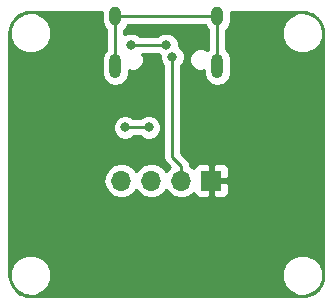
<source format=gbl>
G04 #@! TF.GenerationSoftware,KiCad,Pcbnew,(5.0.2)-1*
G04 #@! TF.CreationDate,2019-01-03T01:23:23-08:00*
G04 #@! TF.ProjectId,usb breakouts,75736220-6272-4656-916b-6f7574732e6b,rev?*
G04 #@! TF.SameCoordinates,Original*
G04 #@! TF.FileFunction,Copper,L2,Bot*
G04 #@! TF.FilePolarity,Positive*
%FSLAX46Y46*%
G04 Gerber Fmt 4.6, Leading zero omitted, Abs format (unit mm)*
G04 Created by KiCad (PCBNEW (5.0.2)-1) date 1/3/2019 1:23:23 AM*
%MOMM*%
%LPD*%
G01*
G04 APERTURE LIST*
G04 #@! TA.AperFunction,ComponentPad*
%ADD10O,1.700000X1.700000*%
G04 #@! TD*
G04 #@! TA.AperFunction,ComponentPad*
%ADD11R,1.700000X1.700000*%
G04 #@! TD*
G04 #@! TA.AperFunction,ComponentPad*
%ADD12O,1.000000X1.600000*%
G04 #@! TD*
G04 #@! TA.AperFunction,ComponentPad*
%ADD13O,1.000000X2.100000*%
G04 #@! TD*
G04 #@! TA.AperFunction,ViaPad*
%ADD14C,0.800000*%
G04 #@! TD*
G04 #@! TA.AperFunction,Conductor*
%ADD15C,0.250000*%
G04 #@! TD*
G04 #@! TA.AperFunction,Conductor*
%ADD16C,0.254000*%
G04 #@! TD*
G04 APERTURE END LIST*
D10*
G04 #@! TO.P,J1,4*
G04 #@! TO.N,VCC*
X10180000Y-15000000D03*
G04 #@! TO.P,J1,3*
G04 #@! TO.N,Net-(J1-Pad3)*
X12720000Y-15000000D03*
G04 #@! TO.P,J1,2*
G04 #@! TO.N,Net-(J1-Pad2)*
X15260000Y-15000000D03*
D11*
G04 #@! TO.P,J1,1*
G04 #@! TO.N,GND*
X17800000Y-15000000D03*
G04 #@! TD*
D12*
G04 #@! TO.P,USB1,13*
G04 #@! TO.N,Net-(C_SHIELD1-Pad1)*
X9680000Y-1100000D03*
X18320000Y-1100000D03*
D13*
X9680000Y-5280000D03*
X18320000Y-5280000D03*
G04 #@! TD*
D14*
G04 #@! TO.N,Net-(J1-Pad2)*
X14500000Y-4500000D03*
G04 #@! TO.N,Net-(R_USB1-Pad2)*
X14000000Y-3500000D03*
X11000000Y-3500000D03*
G04 #@! TO.N,Net-(R_USB2-Pad2)*
X12500000Y-10500000D03*
X10500000Y-10500000D03*
G04 #@! TD*
D15*
G04 #@! TO.N,Net-(C_SHIELD1-Pad1)*
X9680000Y-5280000D02*
X9680000Y-1100000D01*
X10430000Y-1100000D02*
X18320000Y-1100000D01*
X9680000Y-1100000D02*
X10430000Y-1100000D01*
X18320000Y-1100000D02*
X18320000Y-5280000D01*
G04 #@! TO.N,Net-(J1-Pad2)*
X14500000Y-4500000D02*
X14500000Y-13000000D01*
X15260000Y-13760000D02*
X15260000Y-15000000D01*
X14500000Y-13000000D02*
X15260000Y-13760000D01*
G04 #@! TO.N,Net-(R_USB1-Pad2)*
X14000000Y-3500000D02*
X11000000Y-3500000D01*
G04 #@! TO.N,Net-(R_USB2-Pad2)*
X12500000Y-10500000D02*
X10500000Y-10500000D01*
G04 #@! TD*
D16*
G04 #@! TO.N,GND*
G36*
X8545000Y-1511782D02*
X8610854Y-1842854D01*
X8861711Y-2218289D01*
X8920001Y-2257237D01*
X8920000Y-3872764D01*
X8861712Y-3911711D01*
X8610854Y-4287145D01*
X8545000Y-4618217D01*
X8545000Y-5941782D01*
X8610854Y-6272854D01*
X8861711Y-6648289D01*
X9237145Y-6899146D01*
X9680000Y-6987235D01*
X10122854Y-6899146D01*
X10498289Y-6648289D01*
X10749146Y-6272855D01*
X10815000Y-5941783D01*
X10815000Y-5666904D01*
X10919044Y-5710000D01*
X11300956Y-5710000D01*
X11653797Y-5563849D01*
X11923849Y-5293797D01*
X12070000Y-4940956D01*
X12070000Y-4559044D01*
X11946132Y-4260000D01*
X13296289Y-4260000D01*
X13413720Y-4377431D01*
X13465000Y-4398672D01*
X13465000Y-4705874D01*
X13622569Y-5086280D01*
X13740000Y-5203711D01*
X13740001Y-12925148D01*
X13725112Y-13000000D01*
X13784097Y-13296537D01*
X13895634Y-13463463D01*
X13952072Y-13547929D01*
X14015527Y-13590329D01*
X14288404Y-13863206D01*
X14189375Y-13929375D01*
X13990000Y-14227761D01*
X13790625Y-13929375D01*
X13299418Y-13601161D01*
X12866256Y-13515000D01*
X12573744Y-13515000D01*
X12140582Y-13601161D01*
X11649375Y-13929375D01*
X11450000Y-14227761D01*
X11250625Y-13929375D01*
X10759418Y-13601161D01*
X10326256Y-13515000D01*
X10033744Y-13515000D01*
X9600582Y-13601161D01*
X9109375Y-13929375D01*
X8781161Y-14420582D01*
X8665908Y-15000000D01*
X8781161Y-15579418D01*
X9109375Y-16070625D01*
X9600582Y-16398839D01*
X10033744Y-16485000D01*
X10326256Y-16485000D01*
X10759418Y-16398839D01*
X11250625Y-16070625D01*
X11450000Y-15772239D01*
X11649375Y-16070625D01*
X12140582Y-16398839D01*
X12573744Y-16485000D01*
X12866256Y-16485000D01*
X13299418Y-16398839D01*
X13790625Y-16070625D01*
X13990000Y-15772239D01*
X14189375Y-16070625D01*
X14680582Y-16398839D01*
X15113744Y-16485000D01*
X15406256Y-16485000D01*
X15839418Y-16398839D01*
X16330625Y-16070625D01*
X16345096Y-16048967D01*
X16411673Y-16209698D01*
X16590301Y-16388327D01*
X16823690Y-16485000D01*
X17514250Y-16485000D01*
X17673000Y-16326250D01*
X17673000Y-15127000D01*
X17927000Y-15127000D01*
X17927000Y-16326250D01*
X18085750Y-16485000D01*
X18776310Y-16485000D01*
X19009699Y-16388327D01*
X19188327Y-16209698D01*
X19285000Y-15976309D01*
X19285000Y-15285750D01*
X19126250Y-15127000D01*
X17927000Y-15127000D01*
X17673000Y-15127000D01*
X17653000Y-15127000D01*
X17653000Y-14873000D01*
X17673000Y-14873000D01*
X17673000Y-13673750D01*
X17927000Y-13673750D01*
X17927000Y-14873000D01*
X19126250Y-14873000D01*
X19285000Y-14714250D01*
X19285000Y-14023691D01*
X19188327Y-13790302D01*
X19009699Y-13611673D01*
X18776310Y-13515000D01*
X18085750Y-13515000D01*
X17927000Y-13673750D01*
X17673000Y-13673750D01*
X17514250Y-13515000D01*
X16823690Y-13515000D01*
X16590301Y-13611673D01*
X16411673Y-13790302D01*
X16345096Y-13951033D01*
X16330625Y-13929375D01*
X16028412Y-13727443D01*
X16020000Y-13685152D01*
X16020000Y-13685148D01*
X15975904Y-13463463D01*
X15934102Y-13400902D01*
X15850329Y-13275526D01*
X15850327Y-13275524D01*
X15807929Y-13212071D01*
X15744476Y-13169673D01*
X15260000Y-12685198D01*
X15260000Y-5203711D01*
X15377431Y-5086280D01*
X15535000Y-4705874D01*
X15535000Y-4294126D01*
X15377431Y-3913720D01*
X15086280Y-3622569D01*
X15035000Y-3601328D01*
X15035000Y-3294126D01*
X14877431Y-2913720D01*
X14586280Y-2622569D01*
X14205874Y-2465000D01*
X13794126Y-2465000D01*
X13413720Y-2622569D01*
X13296289Y-2740000D01*
X11703711Y-2740000D01*
X11586280Y-2622569D01*
X11205874Y-2465000D01*
X10794126Y-2465000D01*
X10440000Y-2611683D01*
X10440000Y-2257236D01*
X10498289Y-2218289D01*
X10737690Y-1860000D01*
X17262311Y-1860000D01*
X17501711Y-2218289D01*
X17560000Y-2257237D01*
X17560001Y-3872764D01*
X17501712Y-3911711D01*
X17464720Y-3967074D01*
X17433797Y-3936151D01*
X17080956Y-3790000D01*
X16699044Y-3790000D01*
X16346203Y-3936151D01*
X16076151Y-4206203D01*
X15930000Y-4559044D01*
X15930000Y-4940956D01*
X16076151Y-5293797D01*
X16346203Y-5563849D01*
X16699044Y-5710000D01*
X17080956Y-5710000D01*
X17185000Y-5666904D01*
X17185000Y-5941782D01*
X17250854Y-6272854D01*
X17501711Y-6648289D01*
X17877145Y-6899146D01*
X18320000Y-6987235D01*
X18762854Y-6899146D01*
X19138289Y-6648289D01*
X19389146Y-6272855D01*
X19455000Y-5941783D01*
X19455000Y-4618217D01*
X19389146Y-4287145D01*
X19138289Y-3911711D01*
X19080000Y-3872764D01*
X19080000Y-2257236D01*
X19138289Y-2218289D01*
X19180652Y-2154887D01*
X23765000Y-2154887D01*
X23765000Y-2845113D01*
X24029138Y-3482799D01*
X24517201Y-3970862D01*
X25154887Y-4235000D01*
X25845113Y-4235000D01*
X26482799Y-3970862D01*
X26970862Y-3482799D01*
X27235000Y-2845113D01*
X27235000Y-2154887D01*
X26970862Y-1517201D01*
X26482799Y-1029138D01*
X25845113Y-765000D01*
X25154887Y-765000D01*
X24517201Y-1029138D01*
X24029138Y-1517201D01*
X23765000Y-2154887D01*
X19180652Y-2154887D01*
X19389146Y-1842855D01*
X19455000Y-1511783D01*
X19455000Y-710000D01*
X25455335Y-710000D01*
X25943752Y-771701D01*
X26359620Y-936355D01*
X26721476Y-1199259D01*
X27006581Y-1543891D01*
X27197024Y-1948604D01*
X27287172Y-2421175D01*
X27290000Y-2511163D01*
X27290001Y-22955320D01*
X27228299Y-23443751D01*
X27063646Y-23859618D01*
X26800741Y-24221477D01*
X26456105Y-24506583D01*
X26051395Y-24697024D01*
X25578825Y-24787172D01*
X25488837Y-24790000D01*
X2544673Y-24790000D01*
X2056249Y-24728299D01*
X1640382Y-24563646D01*
X1278523Y-24300741D01*
X993417Y-23956105D01*
X802976Y-23551395D01*
X712828Y-23078825D01*
X710000Y-22988837D01*
X710000Y-22654887D01*
X765000Y-22654887D01*
X765000Y-23345113D01*
X1029138Y-23982799D01*
X1517201Y-24470862D01*
X2154887Y-24735000D01*
X2845113Y-24735000D01*
X3482799Y-24470862D01*
X3970862Y-23982799D01*
X4235000Y-23345113D01*
X4235000Y-22654887D01*
X23765000Y-22654887D01*
X23765000Y-23345113D01*
X24029138Y-23982799D01*
X24517201Y-24470862D01*
X25154887Y-24735000D01*
X25845113Y-24735000D01*
X26482799Y-24470862D01*
X26970862Y-23982799D01*
X27235000Y-23345113D01*
X27235000Y-22654887D01*
X26970862Y-22017201D01*
X26482799Y-21529138D01*
X25845113Y-21265000D01*
X25154887Y-21265000D01*
X24517201Y-21529138D01*
X24029138Y-22017201D01*
X23765000Y-22654887D01*
X4235000Y-22654887D01*
X3970862Y-22017201D01*
X3482799Y-21529138D01*
X2845113Y-21265000D01*
X2154887Y-21265000D01*
X1517201Y-21529138D01*
X1029138Y-22017201D01*
X765000Y-22654887D01*
X710000Y-22654887D01*
X710000Y-10294126D01*
X9465000Y-10294126D01*
X9465000Y-10705874D01*
X9622569Y-11086280D01*
X9913720Y-11377431D01*
X10294126Y-11535000D01*
X10705874Y-11535000D01*
X11086280Y-11377431D01*
X11203711Y-11260000D01*
X11796289Y-11260000D01*
X11913720Y-11377431D01*
X12294126Y-11535000D01*
X12705874Y-11535000D01*
X13086280Y-11377431D01*
X13377431Y-11086280D01*
X13535000Y-10705874D01*
X13535000Y-10294126D01*
X13377431Y-9913720D01*
X13086280Y-9622569D01*
X12705874Y-9465000D01*
X12294126Y-9465000D01*
X11913720Y-9622569D01*
X11796289Y-9740000D01*
X11203711Y-9740000D01*
X11086280Y-9622569D01*
X10705874Y-9465000D01*
X10294126Y-9465000D01*
X9913720Y-9622569D01*
X9622569Y-9913720D01*
X9465000Y-10294126D01*
X710000Y-10294126D01*
X710000Y-2544665D01*
X759240Y-2154887D01*
X765000Y-2154887D01*
X765000Y-2845113D01*
X1029138Y-3482799D01*
X1517201Y-3970862D01*
X2154887Y-4235000D01*
X2845113Y-4235000D01*
X3482799Y-3970862D01*
X3970862Y-3482799D01*
X4235000Y-2845113D01*
X4235000Y-2154887D01*
X3970862Y-1517201D01*
X3482799Y-1029138D01*
X2845113Y-765000D01*
X2154887Y-765000D01*
X1517201Y-1029138D01*
X1029138Y-1517201D01*
X765000Y-2154887D01*
X759240Y-2154887D01*
X771701Y-2056248D01*
X936355Y-1640380D01*
X1199259Y-1278524D01*
X1543891Y-993419D01*
X1948604Y-802976D01*
X2421175Y-712828D01*
X2511163Y-710000D01*
X8545000Y-710000D01*
X8545000Y-1511782D01*
X8545000Y-1511782D01*
G37*
X8545000Y-1511782D02*
X8610854Y-1842854D01*
X8861711Y-2218289D01*
X8920001Y-2257237D01*
X8920000Y-3872764D01*
X8861712Y-3911711D01*
X8610854Y-4287145D01*
X8545000Y-4618217D01*
X8545000Y-5941782D01*
X8610854Y-6272854D01*
X8861711Y-6648289D01*
X9237145Y-6899146D01*
X9680000Y-6987235D01*
X10122854Y-6899146D01*
X10498289Y-6648289D01*
X10749146Y-6272855D01*
X10815000Y-5941783D01*
X10815000Y-5666904D01*
X10919044Y-5710000D01*
X11300956Y-5710000D01*
X11653797Y-5563849D01*
X11923849Y-5293797D01*
X12070000Y-4940956D01*
X12070000Y-4559044D01*
X11946132Y-4260000D01*
X13296289Y-4260000D01*
X13413720Y-4377431D01*
X13465000Y-4398672D01*
X13465000Y-4705874D01*
X13622569Y-5086280D01*
X13740000Y-5203711D01*
X13740001Y-12925148D01*
X13725112Y-13000000D01*
X13784097Y-13296537D01*
X13895634Y-13463463D01*
X13952072Y-13547929D01*
X14015527Y-13590329D01*
X14288404Y-13863206D01*
X14189375Y-13929375D01*
X13990000Y-14227761D01*
X13790625Y-13929375D01*
X13299418Y-13601161D01*
X12866256Y-13515000D01*
X12573744Y-13515000D01*
X12140582Y-13601161D01*
X11649375Y-13929375D01*
X11450000Y-14227761D01*
X11250625Y-13929375D01*
X10759418Y-13601161D01*
X10326256Y-13515000D01*
X10033744Y-13515000D01*
X9600582Y-13601161D01*
X9109375Y-13929375D01*
X8781161Y-14420582D01*
X8665908Y-15000000D01*
X8781161Y-15579418D01*
X9109375Y-16070625D01*
X9600582Y-16398839D01*
X10033744Y-16485000D01*
X10326256Y-16485000D01*
X10759418Y-16398839D01*
X11250625Y-16070625D01*
X11450000Y-15772239D01*
X11649375Y-16070625D01*
X12140582Y-16398839D01*
X12573744Y-16485000D01*
X12866256Y-16485000D01*
X13299418Y-16398839D01*
X13790625Y-16070625D01*
X13990000Y-15772239D01*
X14189375Y-16070625D01*
X14680582Y-16398839D01*
X15113744Y-16485000D01*
X15406256Y-16485000D01*
X15839418Y-16398839D01*
X16330625Y-16070625D01*
X16345096Y-16048967D01*
X16411673Y-16209698D01*
X16590301Y-16388327D01*
X16823690Y-16485000D01*
X17514250Y-16485000D01*
X17673000Y-16326250D01*
X17673000Y-15127000D01*
X17927000Y-15127000D01*
X17927000Y-16326250D01*
X18085750Y-16485000D01*
X18776310Y-16485000D01*
X19009699Y-16388327D01*
X19188327Y-16209698D01*
X19285000Y-15976309D01*
X19285000Y-15285750D01*
X19126250Y-15127000D01*
X17927000Y-15127000D01*
X17673000Y-15127000D01*
X17653000Y-15127000D01*
X17653000Y-14873000D01*
X17673000Y-14873000D01*
X17673000Y-13673750D01*
X17927000Y-13673750D01*
X17927000Y-14873000D01*
X19126250Y-14873000D01*
X19285000Y-14714250D01*
X19285000Y-14023691D01*
X19188327Y-13790302D01*
X19009699Y-13611673D01*
X18776310Y-13515000D01*
X18085750Y-13515000D01*
X17927000Y-13673750D01*
X17673000Y-13673750D01*
X17514250Y-13515000D01*
X16823690Y-13515000D01*
X16590301Y-13611673D01*
X16411673Y-13790302D01*
X16345096Y-13951033D01*
X16330625Y-13929375D01*
X16028412Y-13727443D01*
X16020000Y-13685152D01*
X16020000Y-13685148D01*
X15975904Y-13463463D01*
X15934102Y-13400902D01*
X15850329Y-13275526D01*
X15850327Y-13275524D01*
X15807929Y-13212071D01*
X15744476Y-13169673D01*
X15260000Y-12685198D01*
X15260000Y-5203711D01*
X15377431Y-5086280D01*
X15535000Y-4705874D01*
X15535000Y-4294126D01*
X15377431Y-3913720D01*
X15086280Y-3622569D01*
X15035000Y-3601328D01*
X15035000Y-3294126D01*
X14877431Y-2913720D01*
X14586280Y-2622569D01*
X14205874Y-2465000D01*
X13794126Y-2465000D01*
X13413720Y-2622569D01*
X13296289Y-2740000D01*
X11703711Y-2740000D01*
X11586280Y-2622569D01*
X11205874Y-2465000D01*
X10794126Y-2465000D01*
X10440000Y-2611683D01*
X10440000Y-2257236D01*
X10498289Y-2218289D01*
X10737690Y-1860000D01*
X17262311Y-1860000D01*
X17501711Y-2218289D01*
X17560000Y-2257237D01*
X17560001Y-3872764D01*
X17501712Y-3911711D01*
X17464720Y-3967074D01*
X17433797Y-3936151D01*
X17080956Y-3790000D01*
X16699044Y-3790000D01*
X16346203Y-3936151D01*
X16076151Y-4206203D01*
X15930000Y-4559044D01*
X15930000Y-4940956D01*
X16076151Y-5293797D01*
X16346203Y-5563849D01*
X16699044Y-5710000D01*
X17080956Y-5710000D01*
X17185000Y-5666904D01*
X17185000Y-5941782D01*
X17250854Y-6272854D01*
X17501711Y-6648289D01*
X17877145Y-6899146D01*
X18320000Y-6987235D01*
X18762854Y-6899146D01*
X19138289Y-6648289D01*
X19389146Y-6272855D01*
X19455000Y-5941783D01*
X19455000Y-4618217D01*
X19389146Y-4287145D01*
X19138289Y-3911711D01*
X19080000Y-3872764D01*
X19080000Y-2257236D01*
X19138289Y-2218289D01*
X19180652Y-2154887D01*
X23765000Y-2154887D01*
X23765000Y-2845113D01*
X24029138Y-3482799D01*
X24517201Y-3970862D01*
X25154887Y-4235000D01*
X25845113Y-4235000D01*
X26482799Y-3970862D01*
X26970862Y-3482799D01*
X27235000Y-2845113D01*
X27235000Y-2154887D01*
X26970862Y-1517201D01*
X26482799Y-1029138D01*
X25845113Y-765000D01*
X25154887Y-765000D01*
X24517201Y-1029138D01*
X24029138Y-1517201D01*
X23765000Y-2154887D01*
X19180652Y-2154887D01*
X19389146Y-1842855D01*
X19455000Y-1511783D01*
X19455000Y-710000D01*
X25455335Y-710000D01*
X25943752Y-771701D01*
X26359620Y-936355D01*
X26721476Y-1199259D01*
X27006581Y-1543891D01*
X27197024Y-1948604D01*
X27287172Y-2421175D01*
X27290000Y-2511163D01*
X27290001Y-22955320D01*
X27228299Y-23443751D01*
X27063646Y-23859618D01*
X26800741Y-24221477D01*
X26456105Y-24506583D01*
X26051395Y-24697024D01*
X25578825Y-24787172D01*
X25488837Y-24790000D01*
X2544673Y-24790000D01*
X2056249Y-24728299D01*
X1640382Y-24563646D01*
X1278523Y-24300741D01*
X993417Y-23956105D01*
X802976Y-23551395D01*
X712828Y-23078825D01*
X710000Y-22988837D01*
X710000Y-22654887D01*
X765000Y-22654887D01*
X765000Y-23345113D01*
X1029138Y-23982799D01*
X1517201Y-24470862D01*
X2154887Y-24735000D01*
X2845113Y-24735000D01*
X3482799Y-24470862D01*
X3970862Y-23982799D01*
X4235000Y-23345113D01*
X4235000Y-22654887D01*
X23765000Y-22654887D01*
X23765000Y-23345113D01*
X24029138Y-23982799D01*
X24517201Y-24470862D01*
X25154887Y-24735000D01*
X25845113Y-24735000D01*
X26482799Y-24470862D01*
X26970862Y-23982799D01*
X27235000Y-23345113D01*
X27235000Y-22654887D01*
X26970862Y-22017201D01*
X26482799Y-21529138D01*
X25845113Y-21265000D01*
X25154887Y-21265000D01*
X24517201Y-21529138D01*
X24029138Y-22017201D01*
X23765000Y-22654887D01*
X4235000Y-22654887D01*
X3970862Y-22017201D01*
X3482799Y-21529138D01*
X2845113Y-21265000D01*
X2154887Y-21265000D01*
X1517201Y-21529138D01*
X1029138Y-22017201D01*
X765000Y-22654887D01*
X710000Y-22654887D01*
X710000Y-10294126D01*
X9465000Y-10294126D01*
X9465000Y-10705874D01*
X9622569Y-11086280D01*
X9913720Y-11377431D01*
X10294126Y-11535000D01*
X10705874Y-11535000D01*
X11086280Y-11377431D01*
X11203711Y-11260000D01*
X11796289Y-11260000D01*
X11913720Y-11377431D01*
X12294126Y-11535000D01*
X12705874Y-11535000D01*
X13086280Y-11377431D01*
X13377431Y-11086280D01*
X13535000Y-10705874D01*
X13535000Y-10294126D01*
X13377431Y-9913720D01*
X13086280Y-9622569D01*
X12705874Y-9465000D01*
X12294126Y-9465000D01*
X11913720Y-9622569D01*
X11796289Y-9740000D01*
X11203711Y-9740000D01*
X11086280Y-9622569D01*
X10705874Y-9465000D01*
X10294126Y-9465000D01*
X9913720Y-9622569D01*
X9622569Y-9913720D01*
X9465000Y-10294126D01*
X710000Y-10294126D01*
X710000Y-2544665D01*
X759240Y-2154887D01*
X765000Y-2154887D01*
X765000Y-2845113D01*
X1029138Y-3482799D01*
X1517201Y-3970862D01*
X2154887Y-4235000D01*
X2845113Y-4235000D01*
X3482799Y-3970862D01*
X3970862Y-3482799D01*
X4235000Y-2845113D01*
X4235000Y-2154887D01*
X3970862Y-1517201D01*
X3482799Y-1029138D01*
X2845113Y-765000D01*
X2154887Y-765000D01*
X1517201Y-1029138D01*
X1029138Y-1517201D01*
X765000Y-2154887D01*
X759240Y-2154887D01*
X771701Y-2056248D01*
X936355Y-1640380D01*
X1199259Y-1278524D01*
X1543891Y-993419D01*
X1948604Y-802976D01*
X2421175Y-712828D01*
X2511163Y-710000D01*
X8545000Y-710000D01*
X8545000Y-1511782D01*
G04 #@! TD*
M02*

</source>
